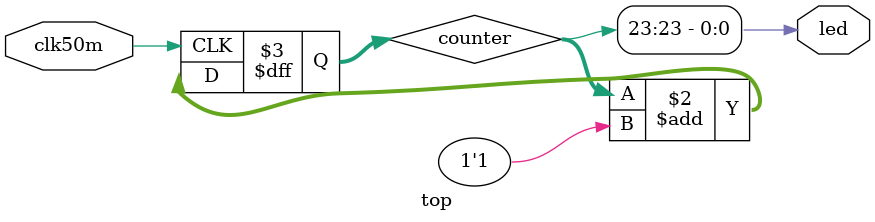
<source format=v>
`timescale 1ns / 1ps

module top(
    input clk50m,
    output led
    );
    
    reg [23:0] counter;
    assign led = counter[23]; // (50 MHz)/(2^(23+1)) = 2.9 Hz
    
    // Run the counter at 50 MHz
    always @ (posedge clk50m) begin
        counter <= counter + 1'b1;
    end
    
endmodule

</source>
